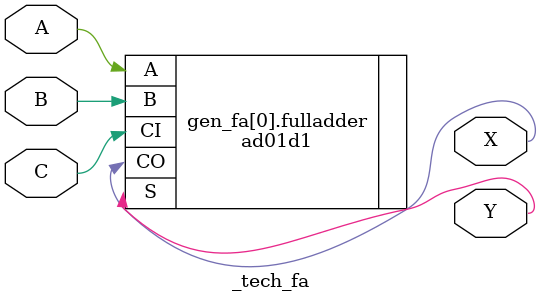
<source format=v>
(* techmap_celltype = "$fa" *)
module _tech_fa (A, B, C, X, Y);
  parameter WIDTH = 1;

  (* force_downto *)
    input  [WIDTH-1 : 0] A, B, C;

  (* force_downto *)
    output [WIDTH-1 : 0] X, Y;

  // Yosys techmap constant-folding support (same pattern as sky130 file)
  parameter _TECHMAP_CONSTVAL_A_ = WIDTH'bx;
  parameter _TECHMAP_CONSTVAL_B_ = WIDTH'bx;
  parameter _TECHMAP_CONSTVAL_C_ = WIDTH'bx;

  genvar i;
  generate
    for (i = 0; i < WIDTH; i = i + 1) begin : gen_fa
      // SCL180: use ad01d1 full adder
      // Pin map from liberty:
      //   inputs:  A, B, CI
      //   outputs: CO (carry), S (sum)
      ad01d1 fulladder (
        .A (A[i]),
        .B (B[i]),
        .CI(C[i]),
        .CO(X[i]),
        .S (Y[i])
      );
    end
  endgenerate

endmodule


</source>
